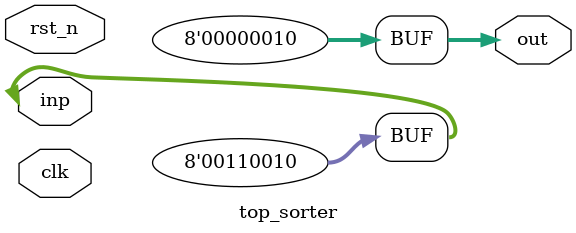
<source format=v>
module top_sorter(clk,rst_n,inp,out);
    input clk;
    input rst_n;
    input [7:0] inp;
    output [7:0] out;

    assign inp[7:4]=4'b0011;
    assign inp[3:0]=4'b0010;
    assign out=inp[4:4]*inp[3:0];

   

endmodule

</source>
